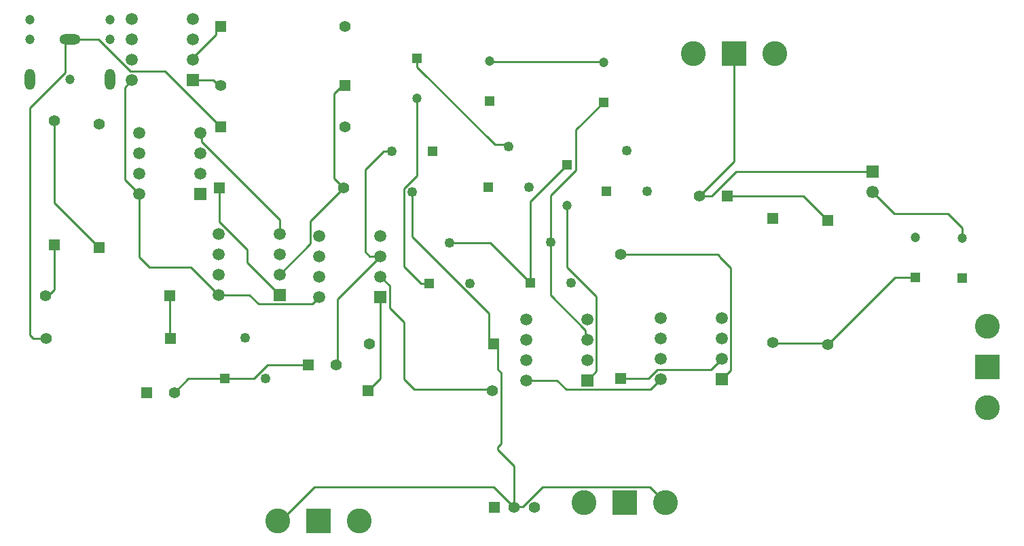
<source format=gtl>
G04*
G04 #@! TF.GenerationSoftware,Altium Limited,Altium Designer,24.5.2 (23)*
G04*
G04 Layer_Physical_Order=1*
G04 Layer_Color=255*
%FSLAX44Y44*%
%MOMM*%
G71*
G04*
G04 #@! TF.SameCoordinates,504B62B8-D43C-4730-976B-65A65C3D763D*
G04*
G04*
G04 #@! TF.FilePolarity,Positive*
G04*
G01*
G75*
%ADD15C,0.2540*%
%ADD23C,1.2000*%
%ADD24R,1.2000X1.2000*%
%ADD25C,1.4000*%
%ADD26R,1.4000X1.4000*%
%ADD27R,1.4000X1.4000*%
%ADD28R,1.5500X1.5500*%
%ADD29C,1.5500*%
%ADD30R,1.2500X1.2500*%
%ADD31C,1.2500*%
%ADD35O,1.3080X2.6160*%
%ADD36O,2.6160X1.3080*%
%ADD37R,3.0960X3.0960*%
%ADD38C,3.0960*%
%ADD39R,1.5000X1.5000*%
%ADD40C,1.5000*%
%ADD41R,3.0960X3.0960*%
D15*
X359628Y751840D02*
X376090D01*
X355600Y755868D02*
Y1039563D01*
Y755868D02*
X359628Y751840D01*
X355600Y1039563D02*
X399860Y1083823D01*
Y1120351D01*
X404729Y1125220D01*
X405130D01*
X523530Y1085730D02*
X593260Y1016000D01*
X441205Y1125220D02*
X480695Y1085730D01*
X405130Y1125220D02*
X441205D01*
X480695Y1085730D02*
X523530D01*
X556260Y1099820D02*
X587530Y1131090D01*
X473710Y1065530D02*
X482600Y1074420D01*
X473710Y949960D02*
Y1065530D01*
Y949960D02*
X491490Y932180D01*
X584323Y1074420D02*
X590672Y1068070D01*
X556260Y1074420D02*
X584323D01*
X590672Y1068070D02*
X593260D01*
X587530Y1131090D02*
Y1136000D01*
X593260Y1141730D01*
X529590Y752940D02*
X530690Y751840D01*
X529590Y752940D02*
Y805180D01*
X535660Y684530D02*
X552780Y701650D01*
X668020Y524510D02*
X710170Y566660D01*
X664210Y524510D02*
X668020D01*
X664210D02*
X664932Y525232D01*
X710170Y566660D02*
X933610D01*
X734510Y951880D02*
Y1057260D01*
X938360Y613410D02*
X959250Y592520D01*
X942820Y620971D02*
Y709271D01*
X1499870Y908050D02*
X1517650Y890270D01*
Y877170D02*
Y890270D01*
X1405890Y935120D02*
X1432960Y908050D01*
X1499870D01*
X1205882Y929640D02*
X1236362Y960120D01*
X1190270Y929640D02*
X1205882D01*
X1236362Y960120D02*
X1405890D01*
X792480Y702140D02*
Y803910D01*
X777410Y687070D02*
X792480Y702140D01*
X1050290Y699770D02*
X1061600Y711080D01*
X377360Y804298D02*
X386080Y813018D01*
Y868850D01*
X1434060Y828440D02*
X1459230D01*
X1350010Y744390D02*
X1434060Y828440D01*
X1282700Y745660D02*
X1348740D01*
X1281430Y746930D02*
X1282700Y745660D01*
X1348740D02*
X1350010Y744390D01*
X1319360Y929640D02*
X1350010Y898990D01*
X1225270Y929640D02*
X1319360D01*
X1233170Y972540D02*
Y1107440D01*
X1190270Y929640D02*
X1233170Y972540D01*
X1004570Y930502D02*
X1036178Y962110D01*
Y1012448D02*
X1070610Y1046880D01*
X1004570Y872490D02*
Y930502D01*
X1036178Y962110D02*
Y1012448D01*
X979170Y922490D02*
X1024890Y968210D01*
X979170Y821690D02*
Y922490D01*
X929640Y871220D02*
X979170Y821690D01*
X878840Y871220D02*
X929640D01*
X939010Y713081D02*
Y739760D01*
X938360Y613410D02*
Y616511D01*
X933280Y745490D02*
X939010Y739760D01*
Y713081D02*
X942820Y709271D01*
X938360Y616511D02*
X942820Y620971D01*
X1128790Y566660D02*
X1148080Y547370D01*
X994602Y566660D02*
X1128790D01*
X970060Y542118D02*
X994602Y566660D01*
X960347Y542118D02*
X970060D01*
X959250Y541020D02*
X960347Y542118D01*
X959250Y541020D02*
Y592520D01*
X933610Y566660D02*
X959250Y541020D01*
X1204673Y713183D02*
X1217930Y726440D01*
X1092200Y702310D02*
X1127005D01*
X1137878Y713183D01*
X1204673D01*
X1092200Y856910D02*
X1212972D01*
X1215390Y853440D02*
Y854492D01*
X1212972Y856910D02*
X1215390Y854492D01*
Y853440D02*
X1229240Y839590D01*
Y712350D02*
Y839590D01*
X1217930Y701040D02*
X1229240Y712350D01*
X1129150Y688460D02*
X1141730Y701040D01*
X1024070Y688460D02*
X1129150D01*
X1012760Y699770D02*
X1024070Y688460D01*
X974090Y699770D02*
X1012760D01*
X1061600Y711080D02*
Y804287D01*
X1024890Y840997D02*
X1061600Y804287D01*
X1024890Y840997D02*
Y918210D01*
X1004570Y805695D02*
X1048385Y761880D01*
Y752475D02*
Y761880D01*
Y752475D02*
X1050290Y750570D01*
X1049020Y777240D02*
X1050290Y775970D01*
X1004570Y805695D02*
Y872490D01*
X626255Y846945D02*
X666750Y806450D01*
X626255Y846945D02*
Y862940D01*
X591990Y897205D02*
X626255Y862940D01*
X591990Y897205D02*
Y939800D01*
X707510Y795140D02*
X716280Y803910D01*
X590550Y806450D02*
X629220D01*
X640530Y795140D01*
X707510D01*
X738860Y720090D02*
Y801090D01*
X792480Y854710D01*
X927550Y751220D02*
Y782883D01*
X831850Y878583D02*
Y934720D01*
X927550Y751220D02*
X933280Y745490D01*
X831850Y878583D02*
X927550Y782883D01*
X834390Y688340D02*
X930740D01*
X932010Y687070D01*
X821690Y701040D02*
Y772160D01*
Y701040D02*
X834390Y688340D01*
X803832Y790018D02*
Y817958D01*
X792480Y829310D02*
X803832Y817958D01*
Y790018D02*
X821690Y772160D01*
Y842010D02*
Y938787D01*
Y842010D02*
X843280Y820420D01*
X853440D01*
X838200Y955297D02*
Y1051960D01*
X821690Y938787D02*
X838200Y955297D01*
X634743Y701650D02*
X651913Y718820D01*
X598170Y701650D02*
X634743D01*
X651913Y718820D02*
X702310D01*
X552780Y701650D02*
X598170D01*
X773430Y860008D02*
Y962660D01*
X796290Y985520D02*
X806450D01*
X773430Y962660D02*
X796290Y985520D01*
X773430Y860008D02*
X778728Y854710D01*
X792480D01*
X734510Y1057260D02*
X746590Y1069340D01*
X734510Y951880D02*
X746590Y939800D01*
X929005Y1097515D02*
X1069975D01*
X1070610Y1096880D01*
X928370Y1098150D02*
X929005Y1097515D01*
X838200Y1090930D02*
Y1101960D01*
X935354Y993776D02*
X950594D01*
X838200Y1090930D02*
X935354Y993776D01*
X950594D02*
X952500Y991870D01*
X704970Y898180D02*
X746590Y939800D01*
X666750Y831850D02*
X704970Y870070D01*
Y898180D01*
X569595Y997070D02*
Y1006475D01*
X666750Y882650D02*
Y899915D01*
X567690Y1008380D02*
X569595Y1006475D01*
Y997070D02*
X666750Y899915D01*
X556260Y840740D02*
X590550Y806450D01*
X491490Y853440D02*
Y932180D01*
X504190Y840740D02*
X556260D01*
X491490Y853440D02*
X504190Y840740D01*
X386080Y921090D02*
X441960Y865210D01*
X386080Y921090D02*
Y1023450D01*
X378800Y802640D02*
Y803028D01*
D23*
X355130Y1125220D02*
D03*
Y1150220D02*
D03*
X405130Y1075220D02*
D03*
X455130Y1125220D02*
D03*
Y1150220D02*
D03*
X928370Y1098150D02*
D03*
X838200Y1051960D02*
D03*
X1024890Y918210D02*
D03*
X1459230Y878440D02*
D03*
X1517650Y877170D02*
D03*
X1070610Y1096880D02*
D03*
D24*
X928370Y1048150D02*
D03*
X838200Y1101960D02*
D03*
X1024890Y968210D02*
D03*
X1459230Y828440D02*
D03*
X1517650Y827170D02*
D03*
X1070610Y1046880D02*
D03*
D25*
X1281430Y746930D02*
D03*
X984250Y541020D02*
D03*
X959250D02*
D03*
X737310Y718820D02*
D03*
X1190270Y929640D02*
D03*
X535660Y684530D02*
D03*
X747860Y1141730D02*
D03*
X441960Y1019810D02*
D03*
X386080Y1023450D02*
D03*
X747860Y1016000D02*
D03*
X376090Y751840D02*
D03*
X593260Y1068070D02*
D03*
X374990Y805180D02*
D03*
X746590Y939800D02*
D03*
X778680Y745490D02*
D03*
X1350010Y744390D02*
D03*
X932010Y687070D02*
D03*
X1092200Y856910D02*
D03*
D26*
X1281430Y901530D02*
D03*
X441960Y865210D02*
D03*
X386080Y868850D02*
D03*
X1350010Y898990D02*
D03*
X1092200Y702310D02*
D03*
D27*
X934250Y541020D02*
D03*
X702310Y718820D02*
D03*
X1225270Y929640D02*
D03*
X500660Y684530D02*
D03*
X593260Y1141730D02*
D03*
Y1016000D02*
D03*
X530690Y751840D02*
D03*
X747860Y1068070D02*
D03*
X529590Y805180D02*
D03*
X591990Y939800D02*
D03*
X933280Y745490D02*
D03*
X777410Y687070D02*
D03*
D28*
X1405890Y960120D02*
D03*
D29*
Y935120D02*
D03*
D30*
X857250Y985520D02*
D03*
X927100Y941070D02*
D03*
X1074420Y935990D02*
D03*
X853440Y820420D02*
D03*
X979170Y821690D02*
D03*
X598170Y701650D02*
D03*
D31*
X806450Y985520D02*
D03*
X831850Y934720D02*
D03*
X977900Y941070D02*
D03*
X952500Y991870D02*
D03*
X1099820Y986790D02*
D03*
X1125220Y935990D02*
D03*
X878840Y871220D02*
D03*
X904240Y820420D02*
D03*
X1004570Y872490D02*
D03*
X1029970Y821690D02*
D03*
X623570Y752450D02*
D03*
X648970Y701650D02*
D03*
D35*
X455130Y1075220D02*
D03*
X355130D02*
D03*
D36*
X405130Y1125220D02*
D03*
D37*
X1233170Y1107440D02*
D03*
X715010Y524510D02*
D03*
X1097280Y547370D02*
D03*
D38*
X1182370Y1107440D02*
D03*
X1283970D02*
D03*
X1549400Y767080D02*
D03*
Y665480D02*
D03*
X765810Y524510D02*
D03*
X664210D02*
D03*
X1046480Y547370D02*
D03*
X1148080D02*
D03*
D39*
X567690Y932180D02*
D03*
X558800Y1074420D02*
D03*
X666750Y806450D02*
D03*
X792480Y803910D02*
D03*
X1217930Y701040D02*
D03*
X1050290Y699770D02*
D03*
D40*
X567690Y957580D02*
D03*
Y982980D02*
D03*
Y1008380D02*
D03*
X491490Y932180D02*
D03*
Y957580D02*
D03*
Y982980D02*
D03*
Y1008380D02*
D03*
X558800Y1099820D02*
D03*
Y1125220D02*
D03*
Y1150620D02*
D03*
X482600Y1074420D02*
D03*
Y1099820D02*
D03*
Y1125220D02*
D03*
Y1150620D02*
D03*
X666750Y831850D02*
D03*
Y857250D02*
D03*
Y882650D02*
D03*
X590550Y806450D02*
D03*
Y831850D02*
D03*
Y857250D02*
D03*
Y882650D02*
D03*
X792480Y829310D02*
D03*
Y854710D02*
D03*
Y880110D02*
D03*
X716280Y803910D02*
D03*
Y829310D02*
D03*
Y854710D02*
D03*
Y880110D02*
D03*
X1217930Y726440D02*
D03*
Y751840D02*
D03*
Y777240D02*
D03*
X1141730Y701040D02*
D03*
Y726440D02*
D03*
Y751840D02*
D03*
Y777240D02*
D03*
X1050290Y725170D02*
D03*
Y750570D02*
D03*
Y775970D02*
D03*
X974090Y699770D02*
D03*
Y725170D02*
D03*
Y750570D02*
D03*
Y775970D02*
D03*
D41*
X1549400Y716280D02*
D03*
M02*

</source>
